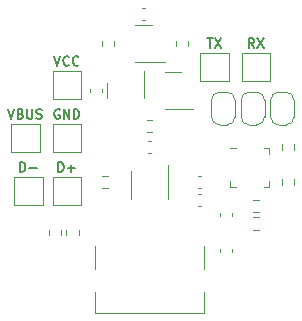
<source format=gbr>
%TF.GenerationSoftware,KiCad,Pcbnew,(6.0.0-0)*%
%TF.CreationDate,2022-01-05T16:19:23+01:00*%
%TF.ProjectId,IEC-62056-21-Optical-Probe,4945432d-3632-4303-9536-2d32312d4f70,1*%
%TF.SameCoordinates,Original*%
%TF.FileFunction,Legend,Top*%
%TF.FilePolarity,Positive*%
%FSLAX46Y46*%
G04 Gerber Fmt 4.6, Leading zero omitted, Abs format (unit mm)*
G04 Created by KiCad (PCBNEW (6.0.0-0)) date 2022-01-05 16:19:23*
%MOMM*%
%LPD*%
G01*
G04 APERTURE LIST*
%ADD10C,0.150000*%
%ADD11C,0.120000*%
G04 APERTURE END LIST*
D10*
X154890476Y-91061904D02*
X155347619Y-91061904D01*
X155119047Y-91861904D02*
X155119047Y-91061904D01*
X155538095Y-91061904D02*
X156071428Y-91861904D01*
X156071428Y-91061904D02*
X155538095Y-91861904D01*
X142295238Y-102361904D02*
X142295238Y-101561904D01*
X142485714Y-101561904D01*
X142600000Y-101600000D01*
X142676190Y-101676190D01*
X142714285Y-101752380D01*
X142752380Y-101904761D01*
X142752380Y-102019047D01*
X142714285Y-102171428D01*
X142676190Y-102247619D01*
X142600000Y-102323809D01*
X142485714Y-102361904D01*
X142295238Y-102361904D01*
X143095238Y-102057142D02*
X143704761Y-102057142D01*
X143400000Y-102361904D02*
X143400000Y-101752380D01*
X142390476Y-97100000D02*
X142314285Y-97061904D01*
X142200000Y-97061904D01*
X142085714Y-97100000D01*
X142009523Y-97176190D01*
X141971428Y-97252380D01*
X141933333Y-97404761D01*
X141933333Y-97519047D01*
X141971428Y-97671428D01*
X142009523Y-97747619D01*
X142085714Y-97823809D01*
X142200000Y-97861904D01*
X142276190Y-97861904D01*
X142390476Y-97823809D01*
X142428571Y-97785714D01*
X142428571Y-97519047D01*
X142276190Y-97519047D01*
X142771428Y-97861904D02*
X142771428Y-97061904D01*
X143228571Y-97861904D01*
X143228571Y-97061904D01*
X143609523Y-97861904D02*
X143609523Y-97061904D01*
X143800000Y-97061904D01*
X143914285Y-97100000D01*
X143990476Y-97176190D01*
X144028571Y-97252380D01*
X144066666Y-97404761D01*
X144066666Y-97519047D01*
X144028571Y-97671428D01*
X143990476Y-97747619D01*
X143914285Y-97823809D01*
X143800000Y-97861904D01*
X143609523Y-97861904D01*
X158866666Y-91861904D02*
X158600000Y-91480952D01*
X158409523Y-91861904D02*
X158409523Y-91061904D01*
X158714285Y-91061904D01*
X158790476Y-91100000D01*
X158828571Y-91138095D01*
X158866666Y-91214285D01*
X158866666Y-91328571D01*
X158828571Y-91404761D01*
X158790476Y-91442857D01*
X158714285Y-91480952D01*
X158409523Y-91480952D01*
X159133333Y-91061904D02*
X159666666Y-91861904D01*
X159666666Y-91061904D02*
X159133333Y-91861904D01*
X138033333Y-97061904D02*
X138300000Y-97861904D01*
X138566666Y-97061904D01*
X139100000Y-97442857D02*
X139214285Y-97480952D01*
X139252380Y-97519047D01*
X139290476Y-97595238D01*
X139290476Y-97709523D01*
X139252380Y-97785714D01*
X139214285Y-97823809D01*
X139138095Y-97861904D01*
X138833333Y-97861904D01*
X138833333Y-97061904D01*
X139100000Y-97061904D01*
X139176190Y-97100000D01*
X139214285Y-97138095D01*
X139252380Y-97214285D01*
X139252380Y-97290476D01*
X139214285Y-97366666D01*
X139176190Y-97404761D01*
X139100000Y-97442857D01*
X138833333Y-97442857D01*
X139633333Y-97061904D02*
X139633333Y-97709523D01*
X139671428Y-97785714D01*
X139709523Y-97823809D01*
X139785714Y-97861904D01*
X139938095Y-97861904D01*
X140014285Y-97823809D01*
X140052380Y-97785714D01*
X140090476Y-97709523D01*
X140090476Y-97061904D01*
X140433333Y-97823809D02*
X140547619Y-97861904D01*
X140738095Y-97861904D01*
X140814285Y-97823809D01*
X140852380Y-97785714D01*
X140890476Y-97709523D01*
X140890476Y-97633333D01*
X140852380Y-97557142D01*
X140814285Y-97519047D01*
X140738095Y-97480952D01*
X140585714Y-97442857D01*
X140509523Y-97404761D01*
X140471428Y-97366666D01*
X140433333Y-97290476D01*
X140433333Y-97214285D01*
X140471428Y-97138095D01*
X140509523Y-97100000D01*
X140585714Y-97061904D01*
X140776190Y-97061904D01*
X140890476Y-97100000D01*
X139045238Y-102361904D02*
X139045238Y-101561904D01*
X139235714Y-101561904D01*
X139350000Y-101600000D01*
X139426190Y-101676190D01*
X139464285Y-101752380D01*
X139502380Y-101904761D01*
X139502380Y-102019047D01*
X139464285Y-102171428D01*
X139426190Y-102247619D01*
X139350000Y-102323809D01*
X139235714Y-102361904D01*
X139045238Y-102361904D01*
X139845238Y-102057142D02*
X140454761Y-102057142D01*
X141933333Y-92561904D02*
X142200000Y-93361904D01*
X142466666Y-92561904D01*
X143190476Y-93285714D02*
X143152380Y-93323809D01*
X143038095Y-93361904D01*
X142961904Y-93361904D01*
X142847619Y-93323809D01*
X142771428Y-93247619D01*
X142733333Y-93171428D01*
X142695238Y-93019047D01*
X142695238Y-92904761D01*
X142733333Y-92752380D01*
X142771428Y-92676190D01*
X142847619Y-92600000D01*
X142961904Y-92561904D01*
X143038095Y-92561904D01*
X143152380Y-92600000D01*
X143190476Y-92638095D01*
X143990476Y-93285714D02*
X143952380Y-93323809D01*
X143838095Y-93361904D01*
X143761904Y-93361904D01*
X143647619Y-93323809D01*
X143571428Y-93247619D01*
X143533333Y-93171428D01*
X143495238Y-93019047D01*
X143495238Y-92904761D01*
X143533333Y-92752380D01*
X143571428Y-92676190D01*
X143647619Y-92600000D01*
X143761904Y-92561904D01*
X143838095Y-92561904D01*
X143952380Y-92600000D01*
X143990476Y-92638095D01*
D11*
%TO.C,C7*%
X154109420Y-104240000D02*
X154390580Y-104240000D01*
X154109420Y-105260000D02*
X154390580Y-105260000D01*
%TO.C,R7*%
X162272500Y-103487258D02*
X162272500Y-103012742D01*
X161227500Y-103487258D02*
X161227500Y-103012742D01*
%TO.C,U2*%
X156840000Y-100340000D02*
X157340000Y-100340000D01*
X160160000Y-103660000D02*
X160160000Y-103160000D01*
X159660000Y-103660000D02*
X160160000Y-103660000D01*
X156840000Y-103660000D02*
X156840000Y-103160000D01*
X157340000Y-103660000D02*
X156840000Y-103660000D01*
X160160000Y-100340000D02*
X160160000Y-100840000D01*
X159660000Y-100340000D02*
X160160000Y-100340000D01*
%TO.C,J1*%
X145420000Y-108650000D02*
X145420000Y-110570000D01*
X154580000Y-110570000D02*
X154580000Y-108650000D01*
X154580000Y-112580000D02*
X154580000Y-114285000D01*
X145420000Y-114285000D02*
X145420000Y-112580000D01*
X154580000Y-114285000D02*
X145420000Y-114285000D01*
%TO.C,C4*%
X155990000Y-109140580D02*
X155990000Y-108859420D01*
X157010000Y-109140580D02*
X157010000Y-108859420D01*
%TO.C,R5*%
X158762742Y-104727500D02*
X159237258Y-104727500D01*
X158762742Y-105772500D02*
X159237258Y-105772500D01*
%TO.C,JP1*%
X161550000Y-98400000D02*
X160950000Y-98400000D01*
X160250000Y-97700000D02*
X160250000Y-96300000D01*
X162250000Y-96300000D02*
X162250000Y-97700000D01*
X160950000Y-95600000D02*
X161550000Y-95600000D01*
X161550000Y-98400000D02*
G75*
G03*
X162250000Y-97700000I1J699999D01*
G01*
X160950000Y-95600000D02*
G75*
G03*
X160250000Y-96300000I-1J-699999D01*
G01*
X160250000Y-97700000D02*
G75*
G03*
X160950000Y-98400000I699999J-1D01*
G01*
X162250000Y-96300000D02*
G75*
G03*
X161550000Y-95600000I-699999J1D01*
G01*
%TO.C,JP2*%
X157750000Y-97700000D02*
X157750000Y-96300000D01*
X158450000Y-95600000D02*
X159050000Y-95600000D01*
X159750000Y-96300000D02*
X159750000Y-97700000D01*
X159050000Y-98400000D02*
X158450000Y-98400000D01*
X159750000Y-96300000D02*
G75*
G03*
X159050000Y-95600000I-699999J1D01*
G01*
X157750000Y-97700000D02*
G75*
G03*
X158450000Y-98400000I699999J-1D01*
G01*
X159050000Y-98400000D02*
G75*
G03*
X159750000Y-97700000I1J699999D01*
G01*
X158450000Y-95600000D02*
G75*
G03*
X157750000Y-96300000I-1J-699999D01*
G01*
%TO.C,R13*%
X146487258Y-103772500D02*
X146012742Y-103772500D01*
X146487258Y-102727500D02*
X146012742Y-102727500D01*
%TO.C,C6*%
X149640580Y-89510000D02*
X149359420Y-89510000D01*
X149640580Y-88490000D02*
X149359420Y-88490000D01*
%TO.C,TP3*%
X154300000Y-94700000D02*
X154300000Y-92300000D01*
X156700000Y-92300000D02*
X156700000Y-94700000D01*
X156700000Y-94700000D02*
X154300000Y-94700000D01*
X154300000Y-92300000D02*
X156700000Y-92300000D01*
%TO.C,Q2*%
X149560000Y-95500000D02*
X149560000Y-96150000D01*
X146440000Y-95500000D02*
X146440000Y-96150000D01*
X146440000Y-95500000D02*
X146440000Y-94850000D01*
X149560000Y-95500000D02*
X149560000Y-93825000D01*
%TO.C,TP5*%
X138300000Y-98300000D02*
X140700000Y-98300000D01*
X140700000Y-98300000D02*
X140700000Y-100700000D01*
X138300000Y-100700000D02*
X138300000Y-98300000D01*
X140700000Y-100700000D02*
X138300000Y-100700000D01*
%TO.C,C2*%
X146010000Y-95640580D02*
X146010000Y-95359420D01*
X144990000Y-95640580D02*
X144990000Y-95359420D01*
%TO.C,TP2*%
X157800000Y-92300000D02*
X160200000Y-92300000D01*
X160200000Y-92300000D02*
X160200000Y-94700000D01*
X160200000Y-94700000D02*
X157800000Y-94700000D01*
X157800000Y-94700000D02*
X157800000Y-92300000D01*
%TO.C,U3*%
X149500000Y-93060000D02*
X151350000Y-93060000D01*
X149500000Y-89940000D02*
X150250000Y-89940000D01*
X149500000Y-89940000D02*
X148750000Y-89940000D01*
X149500000Y-93060000D02*
X148750000Y-93060000D01*
%TO.C,TP7*%
X144200000Y-102800000D02*
X144200000Y-105200000D01*
X144200000Y-105200000D02*
X141800000Y-105200000D01*
X141800000Y-105200000D02*
X141800000Y-102800000D01*
X141800000Y-102800000D02*
X144200000Y-102800000D01*
%TO.C,C3*%
X155990000Y-105859420D02*
X155990000Y-106140580D01*
X157010000Y-105859420D02*
X157010000Y-106140580D01*
%TO.C,JP3*%
X155950000Y-95600000D02*
X156550000Y-95600000D01*
X156550000Y-98400000D02*
X155950000Y-98400000D01*
X155250000Y-97700000D02*
X155250000Y-96300000D01*
X157250000Y-96300000D02*
X157250000Y-97700000D01*
X155250000Y-97700000D02*
G75*
G03*
X155950000Y-98400000I699999J-1D01*
G01*
X156550000Y-98400000D02*
G75*
G03*
X157250000Y-97700000I1J699999D01*
G01*
X157250000Y-96300000D02*
G75*
G03*
X156550000Y-95600000I-699999J1D01*
G01*
X155950000Y-95600000D02*
G75*
G03*
X155250000Y-96300000I-1J-699999D01*
G01*
%TO.C,C5*%
X154109420Y-103760000D02*
X154390580Y-103760000D01*
X154109420Y-102740000D02*
X154390580Y-102740000D01*
%TO.C,Q4*%
X152000000Y-93940000D02*
X151350000Y-93940000D01*
X152000000Y-97060000D02*
X151350000Y-97060000D01*
X152000000Y-97060000D02*
X153675000Y-97060000D01*
X152000000Y-93940000D02*
X152650000Y-93940000D01*
%TO.C,TP4*%
X141800000Y-100700000D02*
X141800000Y-98300000D01*
X141800000Y-98300000D02*
X144200000Y-98300000D01*
X144200000Y-98300000D02*
X144200000Y-100700000D01*
X144200000Y-100700000D02*
X141800000Y-100700000D01*
%TO.C,R2*%
X142977500Y-107262742D02*
X142977500Y-107737258D01*
X144022500Y-107262742D02*
X144022500Y-107737258D01*
%TO.C,R1*%
X142522500Y-107737258D02*
X142522500Y-107262742D01*
X141477500Y-107737258D02*
X141477500Y-107262742D01*
%TO.C,R15*%
X150237258Y-97977500D02*
X149762742Y-97977500D01*
X150237258Y-99022500D02*
X149762742Y-99022500D01*
%TO.C,R12*%
X162272500Y-100012742D02*
X162272500Y-100487258D01*
X161227500Y-100012742D02*
X161227500Y-100487258D01*
%TO.C,C1*%
X149859420Y-100760000D02*
X150140580Y-100760000D01*
X149859420Y-99740000D02*
X150140580Y-99740000D01*
%TO.C,R4*%
X159237258Y-106227500D02*
X158762742Y-106227500D01*
X159237258Y-107272500D02*
X158762742Y-107272500D01*
%TO.C,TP6*%
X138550000Y-102800000D02*
X140950000Y-102800000D01*
X138550000Y-105200000D02*
X138550000Y-102800000D01*
X140950000Y-102800000D02*
X140950000Y-105200000D01*
X140950000Y-105200000D02*
X138550000Y-105200000D01*
%TO.C,R14*%
X147022500Y-91737258D02*
X147022500Y-91262742D01*
X145977500Y-91737258D02*
X145977500Y-91262742D01*
%TO.C,R16*%
X153272500Y-91262742D02*
X153272500Y-91737258D01*
X152227500Y-91262742D02*
X152227500Y-91737258D01*
%TO.C,D1*%
X148450000Y-102300000D02*
X148450000Y-104700000D01*
X151550000Y-104700000D02*
X151550000Y-101750000D01*
%TO.C,TP1*%
X144200000Y-93800000D02*
X144200000Y-96200000D01*
X141800000Y-93800000D02*
X144200000Y-93800000D01*
X144200000Y-96200000D02*
X141800000Y-96200000D01*
X141800000Y-96200000D02*
X141800000Y-93800000D01*
%TD*%
M02*

</source>
